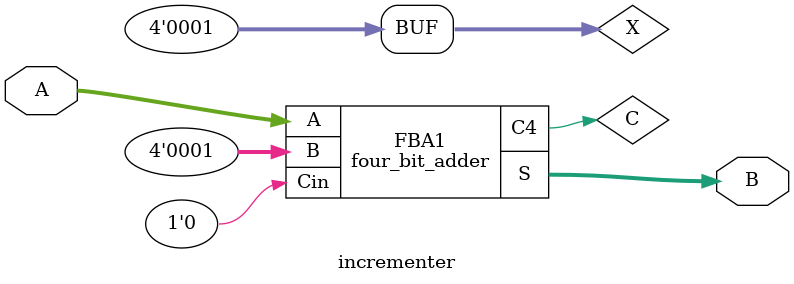
<source format=sv>
module halfadder(S,C,x,y);
  input x,y;
  output S,C;
  
  xor U1(S,x,y);
  and U2(C,x,y);
 
endmodule

module fulladder(S,C,x,y,cin);
  input x,y,cin;
  output S,C;
  
  wire S1,D1,D2;
  
  halfadder HA1(S1,D1,x,y);
  halfadder HA2(S,D2,S1,cin);
  or U3(C,D2,D1);
  
endmodule

module four_bit_adder(S,C4,A,B,Cin);
  input[3:0]A,B;
  input Cin;
  output [3:0]S;
  output C4;
  wire C1,C2,C3;
  
  fulladder FA1(S[0],C1,A[0],B[0],Cin);
  fulladder FA2(S[1],C2,A[1],B[1],C1);
  fulladder FA3(S[2],C3,A[2],B[2],C2);
  fulladder FA4(S[3],C4,A[3],B[3],C3);
  
endmodule

module adder_subtractor(S,C,A,B,M);
	
	input[3:0]A,B;
	input M;
	output [3:0]S;
	output C;
	
	wire [3:0]X;
   
    //assign M=1;
	
	xor U4(X[0],B[0],M);
	xor U5(X[1],B[1],M);
	xor U6(X[2],B[2],M);
	xor U7(X[3],B[3],M);
	
	four_bit_adder FBA1(S,C,A,X,M);

endmodule

module incrementer(A, B);
  input [3:0] A;
  output [3:0] B;
  wire [3:0]X;
  assign X[0] = 1;
  assign X[1] = 0;
  assign X[2] = 0;
  assign X[3] = 0;
  
  
  four_bit_adder FBA1(B,C,A,X,0);

endmodule



</source>
